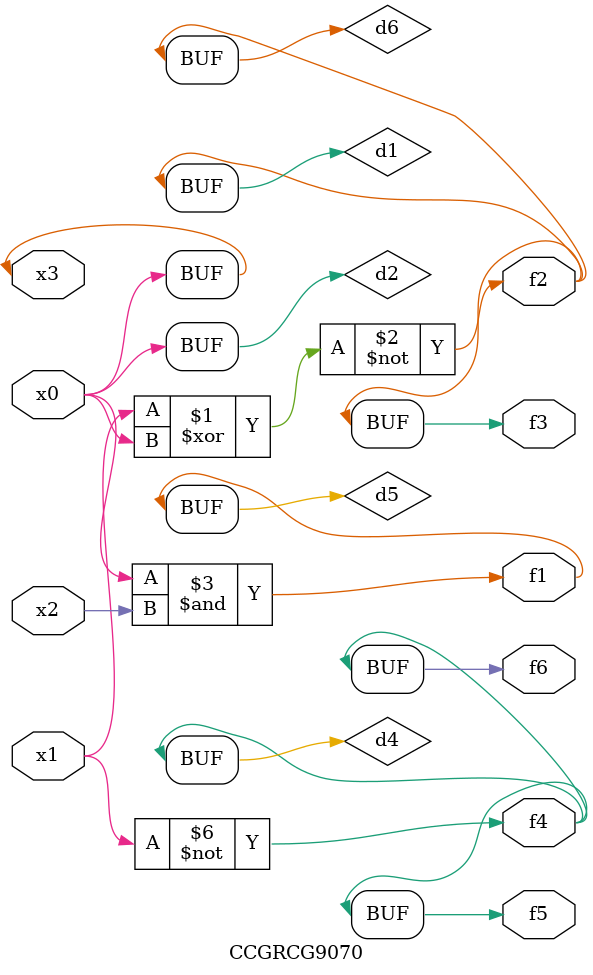
<source format=v>
module CCGRCG9070(
	input x0, x1, x2, x3,
	output f1, f2, f3, f4, f5, f6
);

	wire d1, d2, d3, d4, d5, d6;

	xnor (d1, x1, x3);
	buf (d2, x0, x3);
	nand (d3, x0, x2);
	not (d4, x1);
	nand (d5, d3);
	or (d6, d1);
	assign f1 = d5;
	assign f2 = d6;
	assign f3 = d6;
	assign f4 = d4;
	assign f5 = d4;
	assign f6 = d4;
endmodule

</source>
